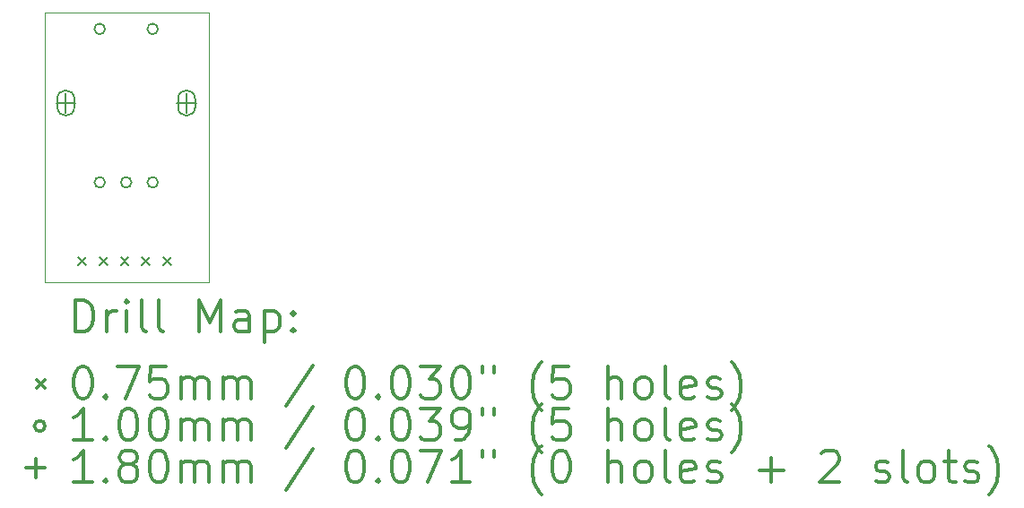
<source format=gbr>
%FSLAX45Y45*%
G04 Gerber Fmt 4.5, Leading zero omitted, Abs format (unit mm)*
G04 Created by KiCad (PCBNEW (5.1.9)-1) date 2021-05-18 23:01:26*
%MOMM*%
%LPD*%
G01*
G04 APERTURE LIST*
%TA.AperFunction,Profile*%
%ADD10C,0.025400*%
%TD*%
%ADD11C,0.200000*%
%ADD12C,0.300000*%
G04 APERTURE END LIST*
D10*
X13550000Y-11800000D02*
X13550000Y-9250000D01*
X15100000Y-11800000D02*
X13550000Y-11800000D01*
X15100000Y-9250000D02*
X15100000Y-11800000D01*
X13550000Y-9250000D02*
X15100000Y-9250000D01*
D11*
X13862500Y-11562500D02*
X13937500Y-11637500D01*
X13937500Y-11562500D02*
X13862500Y-11637500D01*
X14062500Y-11562500D02*
X14137500Y-11637500D01*
X14137500Y-11562500D02*
X14062500Y-11637500D01*
X14262500Y-11562500D02*
X14337500Y-11637500D01*
X14337500Y-11562500D02*
X14262500Y-11637500D01*
X14462500Y-11562500D02*
X14537500Y-11637500D01*
X14537500Y-11562500D02*
X14462500Y-11637500D01*
X14662500Y-11562500D02*
X14737500Y-11637500D01*
X14737500Y-11562500D02*
X14662500Y-11637500D01*
X14115000Y-9405000D02*
G75*
G03*
X14115000Y-9405000I-50000J0D01*
G01*
X14115000Y-10855000D02*
G75*
G03*
X14115000Y-10855000I-50000J0D01*
G01*
X14365000Y-10855000D02*
G75*
G03*
X14365000Y-10855000I-50000J0D01*
G01*
X14615000Y-9405000D02*
G75*
G03*
X14615000Y-9405000I-50000J0D01*
G01*
X14615000Y-10855000D02*
G75*
G03*
X14615000Y-10855000I-50000J0D01*
G01*
X13745000Y-10015000D02*
X13745000Y-10195000D01*
X13655000Y-10105000D02*
X13835000Y-10105000D01*
X13665000Y-10065000D02*
X13665000Y-10145000D01*
X13825000Y-10065000D02*
X13825000Y-10145000D01*
X13665000Y-10145000D02*
G75*
G03*
X13825000Y-10145000I80000J0D01*
G01*
X13825000Y-10065000D02*
G75*
G03*
X13665000Y-10065000I-80000J0D01*
G01*
X14885000Y-10015000D02*
X14885000Y-10195000D01*
X14795000Y-10105000D02*
X14975000Y-10105000D01*
X14805000Y-10065000D02*
X14805000Y-10145000D01*
X14965000Y-10065000D02*
X14965000Y-10145000D01*
X14805000Y-10145000D02*
G75*
G03*
X14965000Y-10145000I80000J0D01*
G01*
X14965000Y-10065000D02*
G75*
G03*
X14805000Y-10065000I-80000J0D01*
G01*
D12*
X13835158Y-12266984D02*
X13835158Y-11966984D01*
X13906587Y-11966984D01*
X13949444Y-11981270D01*
X13978016Y-12009841D01*
X13992301Y-12038413D01*
X14006587Y-12095556D01*
X14006587Y-12138413D01*
X13992301Y-12195556D01*
X13978016Y-12224127D01*
X13949444Y-12252699D01*
X13906587Y-12266984D01*
X13835158Y-12266984D01*
X14135158Y-12266984D02*
X14135158Y-12066984D01*
X14135158Y-12124127D02*
X14149444Y-12095556D01*
X14163730Y-12081270D01*
X14192301Y-12066984D01*
X14220873Y-12066984D01*
X14320873Y-12266984D02*
X14320873Y-12066984D01*
X14320873Y-11966984D02*
X14306587Y-11981270D01*
X14320873Y-11995556D01*
X14335158Y-11981270D01*
X14320873Y-11966984D01*
X14320873Y-11995556D01*
X14506587Y-12266984D02*
X14478016Y-12252699D01*
X14463730Y-12224127D01*
X14463730Y-11966984D01*
X14663730Y-12266984D02*
X14635158Y-12252699D01*
X14620873Y-12224127D01*
X14620873Y-11966984D01*
X15006587Y-12266984D02*
X15006587Y-11966984D01*
X15106587Y-12181270D01*
X15206587Y-11966984D01*
X15206587Y-12266984D01*
X15478016Y-12266984D02*
X15478016Y-12109841D01*
X15463730Y-12081270D01*
X15435158Y-12066984D01*
X15378016Y-12066984D01*
X15349444Y-12081270D01*
X15478016Y-12252699D02*
X15449444Y-12266984D01*
X15378016Y-12266984D01*
X15349444Y-12252699D01*
X15335158Y-12224127D01*
X15335158Y-12195556D01*
X15349444Y-12166984D01*
X15378016Y-12152699D01*
X15449444Y-12152699D01*
X15478016Y-12138413D01*
X15620873Y-12066984D02*
X15620873Y-12366984D01*
X15620873Y-12081270D02*
X15649444Y-12066984D01*
X15706587Y-12066984D01*
X15735158Y-12081270D01*
X15749444Y-12095556D01*
X15763730Y-12124127D01*
X15763730Y-12209841D01*
X15749444Y-12238413D01*
X15735158Y-12252699D01*
X15706587Y-12266984D01*
X15649444Y-12266984D01*
X15620873Y-12252699D01*
X15892301Y-12238413D02*
X15906587Y-12252699D01*
X15892301Y-12266984D01*
X15878016Y-12252699D01*
X15892301Y-12238413D01*
X15892301Y-12266984D01*
X15892301Y-12081270D02*
X15906587Y-12095556D01*
X15892301Y-12109841D01*
X15878016Y-12095556D01*
X15892301Y-12081270D01*
X15892301Y-12109841D01*
X13473730Y-12723770D02*
X13548730Y-12798770D01*
X13548730Y-12723770D02*
X13473730Y-12798770D01*
X13892301Y-12596984D02*
X13920873Y-12596984D01*
X13949444Y-12611270D01*
X13963730Y-12625556D01*
X13978016Y-12654127D01*
X13992301Y-12711270D01*
X13992301Y-12782699D01*
X13978016Y-12839841D01*
X13963730Y-12868413D01*
X13949444Y-12882699D01*
X13920873Y-12896984D01*
X13892301Y-12896984D01*
X13863730Y-12882699D01*
X13849444Y-12868413D01*
X13835158Y-12839841D01*
X13820873Y-12782699D01*
X13820873Y-12711270D01*
X13835158Y-12654127D01*
X13849444Y-12625556D01*
X13863730Y-12611270D01*
X13892301Y-12596984D01*
X14120873Y-12868413D02*
X14135158Y-12882699D01*
X14120873Y-12896984D01*
X14106587Y-12882699D01*
X14120873Y-12868413D01*
X14120873Y-12896984D01*
X14235158Y-12596984D02*
X14435158Y-12596984D01*
X14306587Y-12896984D01*
X14692301Y-12596984D02*
X14549444Y-12596984D01*
X14535158Y-12739841D01*
X14549444Y-12725556D01*
X14578016Y-12711270D01*
X14649444Y-12711270D01*
X14678016Y-12725556D01*
X14692301Y-12739841D01*
X14706587Y-12768413D01*
X14706587Y-12839841D01*
X14692301Y-12868413D01*
X14678016Y-12882699D01*
X14649444Y-12896984D01*
X14578016Y-12896984D01*
X14549444Y-12882699D01*
X14535158Y-12868413D01*
X14835158Y-12896984D02*
X14835158Y-12696984D01*
X14835158Y-12725556D02*
X14849444Y-12711270D01*
X14878016Y-12696984D01*
X14920873Y-12696984D01*
X14949444Y-12711270D01*
X14963730Y-12739841D01*
X14963730Y-12896984D01*
X14963730Y-12739841D02*
X14978016Y-12711270D01*
X15006587Y-12696984D01*
X15049444Y-12696984D01*
X15078016Y-12711270D01*
X15092301Y-12739841D01*
X15092301Y-12896984D01*
X15235158Y-12896984D02*
X15235158Y-12696984D01*
X15235158Y-12725556D02*
X15249444Y-12711270D01*
X15278016Y-12696984D01*
X15320873Y-12696984D01*
X15349444Y-12711270D01*
X15363730Y-12739841D01*
X15363730Y-12896984D01*
X15363730Y-12739841D02*
X15378016Y-12711270D01*
X15406587Y-12696984D01*
X15449444Y-12696984D01*
X15478016Y-12711270D01*
X15492301Y-12739841D01*
X15492301Y-12896984D01*
X16078016Y-12582699D02*
X15820873Y-12968413D01*
X16463730Y-12596984D02*
X16492301Y-12596984D01*
X16520873Y-12611270D01*
X16535158Y-12625556D01*
X16549444Y-12654127D01*
X16563730Y-12711270D01*
X16563730Y-12782699D01*
X16549444Y-12839841D01*
X16535158Y-12868413D01*
X16520873Y-12882699D01*
X16492301Y-12896984D01*
X16463730Y-12896984D01*
X16435158Y-12882699D01*
X16420873Y-12868413D01*
X16406587Y-12839841D01*
X16392301Y-12782699D01*
X16392301Y-12711270D01*
X16406587Y-12654127D01*
X16420873Y-12625556D01*
X16435158Y-12611270D01*
X16463730Y-12596984D01*
X16692301Y-12868413D02*
X16706587Y-12882699D01*
X16692301Y-12896984D01*
X16678016Y-12882699D01*
X16692301Y-12868413D01*
X16692301Y-12896984D01*
X16892301Y-12596984D02*
X16920873Y-12596984D01*
X16949444Y-12611270D01*
X16963730Y-12625556D01*
X16978016Y-12654127D01*
X16992301Y-12711270D01*
X16992301Y-12782699D01*
X16978016Y-12839841D01*
X16963730Y-12868413D01*
X16949444Y-12882699D01*
X16920873Y-12896984D01*
X16892301Y-12896984D01*
X16863730Y-12882699D01*
X16849444Y-12868413D01*
X16835158Y-12839841D01*
X16820873Y-12782699D01*
X16820873Y-12711270D01*
X16835158Y-12654127D01*
X16849444Y-12625556D01*
X16863730Y-12611270D01*
X16892301Y-12596984D01*
X17092301Y-12596984D02*
X17278016Y-12596984D01*
X17178016Y-12711270D01*
X17220873Y-12711270D01*
X17249444Y-12725556D01*
X17263730Y-12739841D01*
X17278016Y-12768413D01*
X17278016Y-12839841D01*
X17263730Y-12868413D01*
X17249444Y-12882699D01*
X17220873Y-12896984D01*
X17135158Y-12896984D01*
X17106587Y-12882699D01*
X17092301Y-12868413D01*
X17463730Y-12596984D02*
X17492301Y-12596984D01*
X17520873Y-12611270D01*
X17535158Y-12625556D01*
X17549444Y-12654127D01*
X17563730Y-12711270D01*
X17563730Y-12782699D01*
X17549444Y-12839841D01*
X17535158Y-12868413D01*
X17520873Y-12882699D01*
X17492301Y-12896984D01*
X17463730Y-12896984D01*
X17435158Y-12882699D01*
X17420873Y-12868413D01*
X17406587Y-12839841D01*
X17392301Y-12782699D01*
X17392301Y-12711270D01*
X17406587Y-12654127D01*
X17420873Y-12625556D01*
X17435158Y-12611270D01*
X17463730Y-12596984D01*
X17678016Y-12596984D02*
X17678016Y-12654127D01*
X17792301Y-12596984D02*
X17792301Y-12654127D01*
X18235158Y-13011270D02*
X18220873Y-12996984D01*
X18192301Y-12954127D01*
X18178016Y-12925556D01*
X18163730Y-12882699D01*
X18149444Y-12811270D01*
X18149444Y-12754127D01*
X18163730Y-12682699D01*
X18178016Y-12639841D01*
X18192301Y-12611270D01*
X18220873Y-12568413D01*
X18235158Y-12554127D01*
X18492301Y-12596984D02*
X18349444Y-12596984D01*
X18335158Y-12739841D01*
X18349444Y-12725556D01*
X18378016Y-12711270D01*
X18449444Y-12711270D01*
X18478016Y-12725556D01*
X18492301Y-12739841D01*
X18506587Y-12768413D01*
X18506587Y-12839841D01*
X18492301Y-12868413D01*
X18478016Y-12882699D01*
X18449444Y-12896984D01*
X18378016Y-12896984D01*
X18349444Y-12882699D01*
X18335158Y-12868413D01*
X18863730Y-12896984D02*
X18863730Y-12596984D01*
X18992301Y-12896984D02*
X18992301Y-12739841D01*
X18978016Y-12711270D01*
X18949444Y-12696984D01*
X18906587Y-12696984D01*
X18878016Y-12711270D01*
X18863730Y-12725556D01*
X19178016Y-12896984D02*
X19149444Y-12882699D01*
X19135158Y-12868413D01*
X19120873Y-12839841D01*
X19120873Y-12754127D01*
X19135158Y-12725556D01*
X19149444Y-12711270D01*
X19178016Y-12696984D01*
X19220873Y-12696984D01*
X19249444Y-12711270D01*
X19263730Y-12725556D01*
X19278016Y-12754127D01*
X19278016Y-12839841D01*
X19263730Y-12868413D01*
X19249444Y-12882699D01*
X19220873Y-12896984D01*
X19178016Y-12896984D01*
X19449444Y-12896984D02*
X19420873Y-12882699D01*
X19406587Y-12854127D01*
X19406587Y-12596984D01*
X19678016Y-12882699D02*
X19649444Y-12896984D01*
X19592301Y-12896984D01*
X19563730Y-12882699D01*
X19549444Y-12854127D01*
X19549444Y-12739841D01*
X19563730Y-12711270D01*
X19592301Y-12696984D01*
X19649444Y-12696984D01*
X19678016Y-12711270D01*
X19692301Y-12739841D01*
X19692301Y-12768413D01*
X19549444Y-12796984D01*
X19806587Y-12882699D02*
X19835158Y-12896984D01*
X19892301Y-12896984D01*
X19920873Y-12882699D01*
X19935158Y-12854127D01*
X19935158Y-12839841D01*
X19920873Y-12811270D01*
X19892301Y-12796984D01*
X19849444Y-12796984D01*
X19820873Y-12782699D01*
X19806587Y-12754127D01*
X19806587Y-12739841D01*
X19820873Y-12711270D01*
X19849444Y-12696984D01*
X19892301Y-12696984D01*
X19920873Y-12711270D01*
X20035158Y-13011270D02*
X20049444Y-12996984D01*
X20078016Y-12954127D01*
X20092301Y-12925556D01*
X20106587Y-12882699D01*
X20120873Y-12811270D01*
X20120873Y-12754127D01*
X20106587Y-12682699D01*
X20092301Y-12639841D01*
X20078016Y-12611270D01*
X20049444Y-12568413D01*
X20035158Y-12554127D01*
X13548730Y-13157270D02*
G75*
G03*
X13548730Y-13157270I-50000J0D01*
G01*
X13992301Y-13292984D02*
X13820873Y-13292984D01*
X13906587Y-13292984D02*
X13906587Y-12992984D01*
X13878016Y-13035841D01*
X13849444Y-13064413D01*
X13820873Y-13078699D01*
X14120873Y-13264413D02*
X14135158Y-13278699D01*
X14120873Y-13292984D01*
X14106587Y-13278699D01*
X14120873Y-13264413D01*
X14120873Y-13292984D01*
X14320873Y-12992984D02*
X14349444Y-12992984D01*
X14378016Y-13007270D01*
X14392301Y-13021556D01*
X14406587Y-13050127D01*
X14420873Y-13107270D01*
X14420873Y-13178699D01*
X14406587Y-13235841D01*
X14392301Y-13264413D01*
X14378016Y-13278699D01*
X14349444Y-13292984D01*
X14320873Y-13292984D01*
X14292301Y-13278699D01*
X14278016Y-13264413D01*
X14263730Y-13235841D01*
X14249444Y-13178699D01*
X14249444Y-13107270D01*
X14263730Y-13050127D01*
X14278016Y-13021556D01*
X14292301Y-13007270D01*
X14320873Y-12992984D01*
X14606587Y-12992984D02*
X14635158Y-12992984D01*
X14663730Y-13007270D01*
X14678016Y-13021556D01*
X14692301Y-13050127D01*
X14706587Y-13107270D01*
X14706587Y-13178699D01*
X14692301Y-13235841D01*
X14678016Y-13264413D01*
X14663730Y-13278699D01*
X14635158Y-13292984D01*
X14606587Y-13292984D01*
X14578016Y-13278699D01*
X14563730Y-13264413D01*
X14549444Y-13235841D01*
X14535158Y-13178699D01*
X14535158Y-13107270D01*
X14549444Y-13050127D01*
X14563730Y-13021556D01*
X14578016Y-13007270D01*
X14606587Y-12992984D01*
X14835158Y-13292984D02*
X14835158Y-13092984D01*
X14835158Y-13121556D02*
X14849444Y-13107270D01*
X14878016Y-13092984D01*
X14920873Y-13092984D01*
X14949444Y-13107270D01*
X14963730Y-13135841D01*
X14963730Y-13292984D01*
X14963730Y-13135841D02*
X14978016Y-13107270D01*
X15006587Y-13092984D01*
X15049444Y-13092984D01*
X15078016Y-13107270D01*
X15092301Y-13135841D01*
X15092301Y-13292984D01*
X15235158Y-13292984D02*
X15235158Y-13092984D01*
X15235158Y-13121556D02*
X15249444Y-13107270D01*
X15278016Y-13092984D01*
X15320873Y-13092984D01*
X15349444Y-13107270D01*
X15363730Y-13135841D01*
X15363730Y-13292984D01*
X15363730Y-13135841D02*
X15378016Y-13107270D01*
X15406587Y-13092984D01*
X15449444Y-13092984D01*
X15478016Y-13107270D01*
X15492301Y-13135841D01*
X15492301Y-13292984D01*
X16078016Y-12978699D02*
X15820873Y-13364413D01*
X16463730Y-12992984D02*
X16492301Y-12992984D01*
X16520873Y-13007270D01*
X16535158Y-13021556D01*
X16549444Y-13050127D01*
X16563730Y-13107270D01*
X16563730Y-13178699D01*
X16549444Y-13235841D01*
X16535158Y-13264413D01*
X16520873Y-13278699D01*
X16492301Y-13292984D01*
X16463730Y-13292984D01*
X16435158Y-13278699D01*
X16420873Y-13264413D01*
X16406587Y-13235841D01*
X16392301Y-13178699D01*
X16392301Y-13107270D01*
X16406587Y-13050127D01*
X16420873Y-13021556D01*
X16435158Y-13007270D01*
X16463730Y-12992984D01*
X16692301Y-13264413D02*
X16706587Y-13278699D01*
X16692301Y-13292984D01*
X16678016Y-13278699D01*
X16692301Y-13264413D01*
X16692301Y-13292984D01*
X16892301Y-12992984D02*
X16920873Y-12992984D01*
X16949444Y-13007270D01*
X16963730Y-13021556D01*
X16978016Y-13050127D01*
X16992301Y-13107270D01*
X16992301Y-13178699D01*
X16978016Y-13235841D01*
X16963730Y-13264413D01*
X16949444Y-13278699D01*
X16920873Y-13292984D01*
X16892301Y-13292984D01*
X16863730Y-13278699D01*
X16849444Y-13264413D01*
X16835158Y-13235841D01*
X16820873Y-13178699D01*
X16820873Y-13107270D01*
X16835158Y-13050127D01*
X16849444Y-13021556D01*
X16863730Y-13007270D01*
X16892301Y-12992984D01*
X17092301Y-12992984D02*
X17278016Y-12992984D01*
X17178016Y-13107270D01*
X17220873Y-13107270D01*
X17249444Y-13121556D01*
X17263730Y-13135841D01*
X17278016Y-13164413D01*
X17278016Y-13235841D01*
X17263730Y-13264413D01*
X17249444Y-13278699D01*
X17220873Y-13292984D01*
X17135158Y-13292984D01*
X17106587Y-13278699D01*
X17092301Y-13264413D01*
X17420873Y-13292984D02*
X17478016Y-13292984D01*
X17506587Y-13278699D01*
X17520873Y-13264413D01*
X17549444Y-13221556D01*
X17563730Y-13164413D01*
X17563730Y-13050127D01*
X17549444Y-13021556D01*
X17535158Y-13007270D01*
X17506587Y-12992984D01*
X17449444Y-12992984D01*
X17420873Y-13007270D01*
X17406587Y-13021556D01*
X17392301Y-13050127D01*
X17392301Y-13121556D01*
X17406587Y-13150127D01*
X17420873Y-13164413D01*
X17449444Y-13178699D01*
X17506587Y-13178699D01*
X17535158Y-13164413D01*
X17549444Y-13150127D01*
X17563730Y-13121556D01*
X17678016Y-12992984D02*
X17678016Y-13050127D01*
X17792301Y-12992984D02*
X17792301Y-13050127D01*
X18235158Y-13407270D02*
X18220873Y-13392984D01*
X18192301Y-13350127D01*
X18178016Y-13321556D01*
X18163730Y-13278699D01*
X18149444Y-13207270D01*
X18149444Y-13150127D01*
X18163730Y-13078699D01*
X18178016Y-13035841D01*
X18192301Y-13007270D01*
X18220873Y-12964413D01*
X18235158Y-12950127D01*
X18492301Y-12992984D02*
X18349444Y-12992984D01*
X18335158Y-13135841D01*
X18349444Y-13121556D01*
X18378016Y-13107270D01*
X18449444Y-13107270D01*
X18478016Y-13121556D01*
X18492301Y-13135841D01*
X18506587Y-13164413D01*
X18506587Y-13235841D01*
X18492301Y-13264413D01*
X18478016Y-13278699D01*
X18449444Y-13292984D01*
X18378016Y-13292984D01*
X18349444Y-13278699D01*
X18335158Y-13264413D01*
X18863730Y-13292984D02*
X18863730Y-12992984D01*
X18992301Y-13292984D02*
X18992301Y-13135841D01*
X18978016Y-13107270D01*
X18949444Y-13092984D01*
X18906587Y-13092984D01*
X18878016Y-13107270D01*
X18863730Y-13121556D01*
X19178016Y-13292984D02*
X19149444Y-13278699D01*
X19135158Y-13264413D01*
X19120873Y-13235841D01*
X19120873Y-13150127D01*
X19135158Y-13121556D01*
X19149444Y-13107270D01*
X19178016Y-13092984D01*
X19220873Y-13092984D01*
X19249444Y-13107270D01*
X19263730Y-13121556D01*
X19278016Y-13150127D01*
X19278016Y-13235841D01*
X19263730Y-13264413D01*
X19249444Y-13278699D01*
X19220873Y-13292984D01*
X19178016Y-13292984D01*
X19449444Y-13292984D02*
X19420873Y-13278699D01*
X19406587Y-13250127D01*
X19406587Y-12992984D01*
X19678016Y-13278699D02*
X19649444Y-13292984D01*
X19592301Y-13292984D01*
X19563730Y-13278699D01*
X19549444Y-13250127D01*
X19549444Y-13135841D01*
X19563730Y-13107270D01*
X19592301Y-13092984D01*
X19649444Y-13092984D01*
X19678016Y-13107270D01*
X19692301Y-13135841D01*
X19692301Y-13164413D01*
X19549444Y-13192984D01*
X19806587Y-13278699D02*
X19835158Y-13292984D01*
X19892301Y-13292984D01*
X19920873Y-13278699D01*
X19935158Y-13250127D01*
X19935158Y-13235841D01*
X19920873Y-13207270D01*
X19892301Y-13192984D01*
X19849444Y-13192984D01*
X19820873Y-13178699D01*
X19806587Y-13150127D01*
X19806587Y-13135841D01*
X19820873Y-13107270D01*
X19849444Y-13092984D01*
X19892301Y-13092984D01*
X19920873Y-13107270D01*
X20035158Y-13407270D02*
X20049444Y-13392984D01*
X20078016Y-13350127D01*
X20092301Y-13321556D01*
X20106587Y-13278699D01*
X20120873Y-13207270D01*
X20120873Y-13150127D01*
X20106587Y-13078699D01*
X20092301Y-13035841D01*
X20078016Y-13007270D01*
X20049444Y-12964413D01*
X20035158Y-12950127D01*
X13458730Y-13463270D02*
X13458730Y-13643270D01*
X13368730Y-13553270D02*
X13548730Y-13553270D01*
X13992301Y-13688984D02*
X13820873Y-13688984D01*
X13906587Y-13688984D02*
X13906587Y-13388984D01*
X13878016Y-13431841D01*
X13849444Y-13460413D01*
X13820873Y-13474699D01*
X14120873Y-13660413D02*
X14135158Y-13674699D01*
X14120873Y-13688984D01*
X14106587Y-13674699D01*
X14120873Y-13660413D01*
X14120873Y-13688984D01*
X14306587Y-13517556D02*
X14278016Y-13503270D01*
X14263730Y-13488984D01*
X14249444Y-13460413D01*
X14249444Y-13446127D01*
X14263730Y-13417556D01*
X14278016Y-13403270D01*
X14306587Y-13388984D01*
X14363730Y-13388984D01*
X14392301Y-13403270D01*
X14406587Y-13417556D01*
X14420873Y-13446127D01*
X14420873Y-13460413D01*
X14406587Y-13488984D01*
X14392301Y-13503270D01*
X14363730Y-13517556D01*
X14306587Y-13517556D01*
X14278016Y-13531841D01*
X14263730Y-13546127D01*
X14249444Y-13574699D01*
X14249444Y-13631841D01*
X14263730Y-13660413D01*
X14278016Y-13674699D01*
X14306587Y-13688984D01*
X14363730Y-13688984D01*
X14392301Y-13674699D01*
X14406587Y-13660413D01*
X14420873Y-13631841D01*
X14420873Y-13574699D01*
X14406587Y-13546127D01*
X14392301Y-13531841D01*
X14363730Y-13517556D01*
X14606587Y-13388984D02*
X14635158Y-13388984D01*
X14663730Y-13403270D01*
X14678016Y-13417556D01*
X14692301Y-13446127D01*
X14706587Y-13503270D01*
X14706587Y-13574699D01*
X14692301Y-13631841D01*
X14678016Y-13660413D01*
X14663730Y-13674699D01*
X14635158Y-13688984D01*
X14606587Y-13688984D01*
X14578016Y-13674699D01*
X14563730Y-13660413D01*
X14549444Y-13631841D01*
X14535158Y-13574699D01*
X14535158Y-13503270D01*
X14549444Y-13446127D01*
X14563730Y-13417556D01*
X14578016Y-13403270D01*
X14606587Y-13388984D01*
X14835158Y-13688984D02*
X14835158Y-13488984D01*
X14835158Y-13517556D02*
X14849444Y-13503270D01*
X14878016Y-13488984D01*
X14920873Y-13488984D01*
X14949444Y-13503270D01*
X14963730Y-13531841D01*
X14963730Y-13688984D01*
X14963730Y-13531841D02*
X14978016Y-13503270D01*
X15006587Y-13488984D01*
X15049444Y-13488984D01*
X15078016Y-13503270D01*
X15092301Y-13531841D01*
X15092301Y-13688984D01*
X15235158Y-13688984D02*
X15235158Y-13488984D01*
X15235158Y-13517556D02*
X15249444Y-13503270D01*
X15278016Y-13488984D01*
X15320873Y-13488984D01*
X15349444Y-13503270D01*
X15363730Y-13531841D01*
X15363730Y-13688984D01*
X15363730Y-13531841D02*
X15378016Y-13503270D01*
X15406587Y-13488984D01*
X15449444Y-13488984D01*
X15478016Y-13503270D01*
X15492301Y-13531841D01*
X15492301Y-13688984D01*
X16078016Y-13374699D02*
X15820873Y-13760413D01*
X16463730Y-13388984D02*
X16492301Y-13388984D01*
X16520873Y-13403270D01*
X16535158Y-13417556D01*
X16549444Y-13446127D01*
X16563730Y-13503270D01*
X16563730Y-13574699D01*
X16549444Y-13631841D01*
X16535158Y-13660413D01*
X16520873Y-13674699D01*
X16492301Y-13688984D01*
X16463730Y-13688984D01*
X16435158Y-13674699D01*
X16420873Y-13660413D01*
X16406587Y-13631841D01*
X16392301Y-13574699D01*
X16392301Y-13503270D01*
X16406587Y-13446127D01*
X16420873Y-13417556D01*
X16435158Y-13403270D01*
X16463730Y-13388984D01*
X16692301Y-13660413D02*
X16706587Y-13674699D01*
X16692301Y-13688984D01*
X16678016Y-13674699D01*
X16692301Y-13660413D01*
X16692301Y-13688984D01*
X16892301Y-13388984D02*
X16920873Y-13388984D01*
X16949444Y-13403270D01*
X16963730Y-13417556D01*
X16978016Y-13446127D01*
X16992301Y-13503270D01*
X16992301Y-13574699D01*
X16978016Y-13631841D01*
X16963730Y-13660413D01*
X16949444Y-13674699D01*
X16920873Y-13688984D01*
X16892301Y-13688984D01*
X16863730Y-13674699D01*
X16849444Y-13660413D01*
X16835158Y-13631841D01*
X16820873Y-13574699D01*
X16820873Y-13503270D01*
X16835158Y-13446127D01*
X16849444Y-13417556D01*
X16863730Y-13403270D01*
X16892301Y-13388984D01*
X17092301Y-13388984D02*
X17292301Y-13388984D01*
X17163730Y-13688984D01*
X17563730Y-13688984D02*
X17392301Y-13688984D01*
X17478016Y-13688984D02*
X17478016Y-13388984D01*
X17449444Y-13431841D01*
X17420873Y-13460413D01*
X17392301Y-13474699D01*
X17678016Y-13388984D02*
X17678016Y-13446127D01*
X17792301Y-13388984D02*
X17792301Y-13446127D01*
X18235158Y-13803270D02*
X18220873Y-13788984D01*
X18192301Y-13746127D01*
X18178016Y-13717556D01*
X18163730Y-13674699D01*
X18149444Y-13603270D01*
X18149444Y-13546127D01*
X18163730Y-13474699D01*
X18178016Y-13431841D01*
X18192301Y-13403270D01*
X18220873Y-13360413D01*
X18235158Y-13346127D01*
X18406587Y-13388984D02*
X18435158Y-13388984D01*
X18463730Y-13403270D01*
X18478016Y-13417556D01*
X18492301Y-13446127D01*
X18506587Y-13503270D01*
X18506587Y-13574699D01*
X18492301Y-13631841D01*
X18478016Y-13660413D01*
X18463730Y-13674699D01*
X18435158Y-13688984D01*
X18406587Y-13688984D01*
X18378016Y-13674699D01*
X18363730Y-13660413D01*
X18349444Y-13631841D01*
X18335158Y-13574699D01*
X18335158Y-13503270D01*
X18349444Y-13446127D01*
X18363730Y-13417556D01*
X18378016Y-13403270D01*
X18406587Y-13388984D01*
X18863730Y-13688984D02*
X18863730Y-13388984D01*
X18992301Y-13688984D02*
X18992301Y-13531841D01*
X18978016Y-13503270D01*
X18949444Y-13488984D01*
X18906587Y-13488984D01*
X18878016Y-13503270D01*
X18863730Y-13517556D01*
X19178016Y-13688984D02*
X19149444Y-13674699D01*
X19135158Y-13660413D01*
X19120873Y-13631841D01*
X19120873Y-13546127D01*
X19135158Y-13517556D01*
X19149444Y-13503270D01*
X19178016Y-13488984D01*
X19220873Y-13488984D01*
X19249444Y-13503270D01*
X19263730Y-13517556D01*
X19278016Y-13546127D01*
X19278016Y-13631841D01*
X19263730Y-13660413D01*
X19249444Y-13674699D01*
X19220873Y-13688984D01*
X19178016Y-13688984D01*
X19449444Y-13688984D02*
X19420873Y-13674699D01*
X19406587Y-13646127D01*
X19406587Y-13388984D01*
X19678016Y-13674699D02*
X19649444Y-13688984D01*
X19592301Y-13688984D01*
X19563730Y-13674699D01*
X19549444Y-13646127D01*
X19549444Y-13531841D01*
X19563730Y-13503270D01*
X19592301Y-13488984D01*
X19649444Y-13488984D01*
X19678016Y-13503270D01*
X19692301Y-13531841D01*
X19692301Y-13560413D01*
X19549444Y-13588984D01*
X19806587Y-13674699D02*
X19835158Y-13688984D01*
X19892301Y-13688984D01*
X19920873Y-13674699D01*
X19935158Y-13646127D01*
X19935158Y-13631841D01*
X19920873Y-13603270D01*
X19892301Y-13588984D01*
X19849444Y-13588984D01*
X19820873Y-13574699D01*
X19806587Y-13546127D01*
X19806587Y-13531841D01*
X19820873Y-13503270D01*
X19849444Y-13488984D01*
X19892301Y-13488984D01*
X19920873Y-13503270D01*
X20292301Y-13574699D02*
X20520873Y-13574699D01*
X20406587Y-13688984D02*
X20406587Y-13460413D01*
X20878016Y-13417556D02*
X20892301Y-13403270D01*
X20920873Y-13388984D01*
X20992301Y-13388984D01*
X21020873Y-13403270D01*
X21035158Y-13417556D01*
X21049444Y-13446127D01*
X21049444Y-13474699D01*
X21035158Y-13517556D01*
X20863730Y-13688984D01*
X21049444Y-13688984D01*
X21392301Y-13674699D02*
X21420873Y-13688984D01*
X21478016Y-13688984D01*
X21506587Y-13674699D01*
X21520873Y-13646127D01*
X21520873Y-13631841D01*
X21506587Y-13603270D01*
X21478016Y-13588984D01*
X21435158Y-13588984D01*
X21406587Y-13574699D01*
X21392301Y-13546127D01*
X21392301Y-13531841D01*
X21406587Y-13503270D01*
X21435158Y-13488984D01*
X21478016Y-13488984D01*
X21506587Y-13503270D01*
X21692301Y-13688984D02*
X21663730Y-13674699D01*
X21649444Y-13646127D01*
X21649444Y-13388984D01*
X21849444Y-13688984D02*
X21820873Y-13674699D01*
X21806587Y-13660413D01*
X21792301Y-13631841D01*
X21792301Y-13546127D01*
X21806587Y-13517556D01*
X21820873Y-13503270D01*
X21849444Y-13488984D01*
X21892301Y-13488984D01*
X21920873Y-13503270D01*
X21935158Y-13517556D01*
X21949444Y-13546127D01*
X21949444Y-13631841D01*
X21935158Y-13660413D01*
X21920873Y-13674699D01*
X21892301Y-13688984D01*
X21849444Y-13688984D01*
X22035158Y-13488984D02*
X22149444Y-13488984D01*
X22078016Y-13388984D02*
X22078016Y-13646127D01*
X22092301Y-13674699D01*
X22120873Y-13688984D01*
X22149444Y-13688984D01*
X22235158Y-13674699D02*
X22263730Y-13688984D01*
X22320873Y-13688984D01*
X22349444Y-13674699D01*
X22363730Y-13646127D01*
X22363730Y-13631841D01*
X22349444Y-13603270D01*
X22320873Y-13588984D01*
X22278016Y-13588984D01*
X22249444Y-13574699D01*
X22235158Y-13546127D01*
X22235158Y-13531841D01*
X22249444Y-13503270D01*
X22278016Y-13488984D01*
X22320873Y-13488984D01*
X22349444Y-13503270D01*
X22463730Y-13803270D02*
X22478016Y-13788984D01*
X22506587Y-13746127D01*
X22520873Y-13717556D01*
X22535158Y-13674699D01*
X22549444Y-13603270D01*
X22549444Y-13546127D01*
X22535158Y-13474699D01*
X22520873Y-13431841D01*
X22506587Y-13403270D01*
X22478016Y-13360413D01*
X22463730Y-13346127D01*
M02*

</source>
